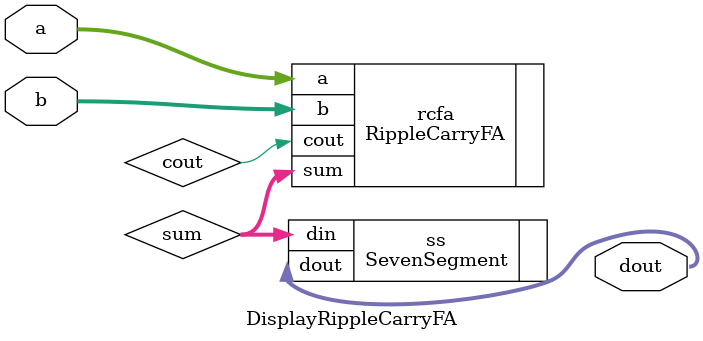
<source format=v>
module DisplayRippleCarryFA(
	input [3:0] a,
	input [3:0] b,
	output [6:0] dout
);
	wire [3:0] sum;
	wire cout;
	RippleCarryFA rcfa(.a(a), .b(b), .sum(sum), .cout(cout));
	SevenSegment ss(.din(sum), .dout(dout));
endmodule

</source>
